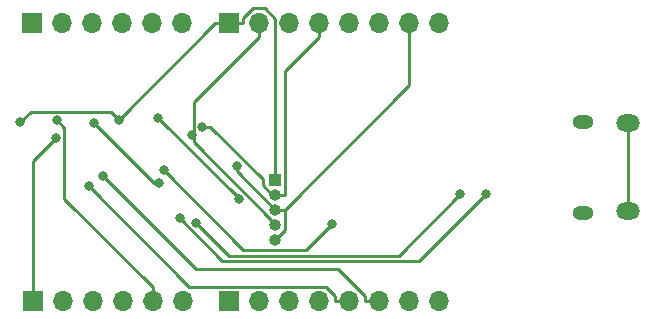
<source format=gbl>
%TF.GenerationSoftware,KiCad,Pcbnew,(5.1.10)-1*%
%TF.CreationDate,2021-11-18T18:04:20+00:00*%
%TF.ProjectId,arduino_zero_like,61726475-696e-46f5-9f7a-65726f5f6c69,rev?*%
%TF.SameCoordinates,Original*%
%TF.FileFunction,Copper,L2,Bot*%
%TF.FilePolarity,Positive*%
%FSLAX46Y46*%
G04 Gerber Fmt 4.6, Leading zero omitted, Abs format (unit mm)*
G04 Created by KiCad (PCBNEW (5.1.10)-1) date 2021-11-18 18:04:20*
%MOMM*%
%LPD*%
G01*
G04 APERTURE LIST*
%TA.AperFunction,ComponentPad*%
%ADD10R,1.700000X1.700000*%
%TD*%
%TA.AperFunction,ComponentPad*%
%ADD11O,1.700000X1.700000*%
%TD*%
%TA.AperFunction,ComponentPad*%
%ADD12R,1.000000X1.000000*%
%TD*%
%TA.AperFunction,ComponentPad*%
%ADD13O,1.000000X1.000000*%
%TD*%
%TA.AperFunction,ComponentPad*%
%ADD14O,2.000000X1.450000*%
%TD*%
%TA.AperFunction,ComponentPad*%
%ADD15O,1.800000X1.150000*%
%TD*%
%TA.AperFunction,ViaPad*%
%ADD16C,0.800000*%
%TD*%
%TA.AperFunction,Conductor*%
%ADD17C,0.250000*%
%TD*%
G04 APERTURE END LIST*
D10*
%TO.P,J1,1*%
%TO.N,D0_RX*%
X56950000Y-80520000D03*
D11*
%TO.P,J1,2*%
%TO.N,D1_TX*%
X59490000Y-80520000D03*
%TO.P,J1,3*%
%TO.N,D2*%
X62030000Y-80520000D03*
%TO.P,J1,4*%
%TO.N,D3*%
X64570000Y-80520000D03*
%TO.P,J1,5*%
%TO.N,D4*%
X67110000Y-80520000D03*
%TO.P,J1,6*%
%TO.N,D5*%
X69650000Y-80520000D03*
%TD*%
D10*
%TO.P,J2,1*%
%TO.N,D9*%
X56900000Y-56980000D03*
D11*
%TO.P,J2,2*%
%TO.N,D8*%
X59440000Y-56980000D03*
%TO.P,J2,3*%
%TO.N,A2*%
X61980000Y-56980000D03*
%TO.P,J2,4*%
%TO.N,A1*%
X64520000Y-56980000D03*
%TO.P,J2,5*%
%TO.N,VREFA*%
X67060000Y-56980000D03*
%TO.P,J2,6*%
%TO.N,A0*%
X69600000Y-56980000D03*
%TD*%
%TO.P,J3,8*%
%TO.N,SCL*%
X91360000Y-80460000D03*
%TO.P,J3,7*%
%TO.N,SDA*%
X88820000Y-80460000D03*
%TO.P,J3,6*%
%TO.N,D13*%
X86280000Y-80460000D03*
%TO.P,J3,5*%
%TO.N,D12*%
X83740000Y-80460000D03*
%TO.P,J3,4*%
%TO.N,D11*%
X81200000Y-80460000D03*
%TO.P,J3,3*%
%TO.N,D10*%
X78660000Y-80460000D03*
%TO.P,J3,2*%
%TO.N,D7*%
X76120000Y-80460000D03*
D10*
%TO.P,J3,1*%
%TO.N,D6*%
X73580000Y-80460000D03*
%TD*%
%TO.P,J4,1*%
%TO.N,+3V3*%
X73580000Y-56940000D03*
D11*
%TO.P,J4,2*%
%TO.N,SWCLK*%
X76120000Y-56940000D03*
%TO.P,J4,3*%
%TO.N,GND*%
X78660000Y-56940000D03*
%TO.P,J4,4*%
%TO.N,SWDIO*%
X81200000Y-56940000D03*
%TO.P,J4,5*%
%TO.N,RESETN*%
X83740000Y-56940000D03*
%TO.P,J4,6*%
%TO.N,+5V*%
X86280000Y-56940000D03*
%TO.P,J4,7*%
%TO.N,GND*%
X88820000Y-56940000D03*
%TO.P,J4,8*%
%TO.N,VIN*%
X91360000Y-56940000D03*
%TD*%
D12*
%TO.P,J5,1*%
%TO.N,+3V3*%
X77470000Y-70220000D03*
D13*
%TO.P,J5,2*%
%TO.N,SWDIO*%
X77470000Y-71490000D03*
%TO.P,J5,3*%
%TO.N,GND*%
X77470000Y-72760000D03*
%TO.P,J5,4*%
%TO.N,SWCLK*%
X77470000Y-74030000D03*
%TO.P,J5,5*%
%TO.N,GND*%
X77470000Y-75300000D03*
%TD*%
D14*
%TO.P,J6,6*%
%TO.N,Net-(J6-Pad6)*%
X107320000Y-65445000D03*
X107320000Y-72895000D03*
D15*
X103520000Y-65295000D03*
X103520000Y-73045000D03*
%TD*%
D16*
%TO.N,GND*%
X74223700Y-69079000D03*
%TO.N,+3V3*%
X64207400Y-65137300D03*
X55884500Y-65366600D03*
%TO.N,Net-(C10-Pad1)*%
X67582900Y-70465000D03*
X62115800Y-65417500D03*
%TO.N,/USB_D-*%
X93150000Y-71404200D03*
X70770700Y-73853000D03*
%TO.N,/USB_D+*%
X95350000Y-71433200D03*
X69365300Y-73488400D03*
%TO.N,D0_RX*%
X58883300Y-66698700D03*
%TO.N,D4*%
X58969200Y-65204700D03*
%TO.N,D13*%
X62848200Y-69899500D03*
%TO.N,D12*%
X61698500Y-70777800D03*
%TO.N,SWCLK*%
X70397800Y-66430000D03*
%TO.N,SWDIO*%
X71281900Y-65755300D03*
%TO.N,/PB03_RX_LED*%
X74387600Y-71896400D03*
X67581700Y-64980300D03*
%TO.N,/PA27_TX_LED*%
X82287400Y-73930000D03*
X68038700Y-69430000D03*
%TD*%
D17*
%TO.N,GND*%
X77470000Y-72760000D02*
X74223700Y-69513700D01*
X74223700Y-69513700D02*
X74223700Y-69079000D01*
X78295300Y-72760000D02*
X88820000Y-62235300D01*
X88820000Y-62235300D02*
X88820000Y-56940000D01*
X77470000Y-72760000D02*
X78295300Y-72760000D01*
X77470000Y-75300000D02*
X78295300Y-74474700D01*
X78295300Y-74474700D02*
X78295300Y-72760000D01*
%TO.N,+3V3*%
X73580000Y-56940000D02*
X74755300Y-56940000D01*
X74755300Y-56940000D02*
X74755300Y-56572700D01*
X74755300Y-56572700D02*
X75610600Y-55717400D01*
X75610600Y-55717400D02*
X76564000Y-55717400D01*
X76564000Y-55717400D02*
X77470000Y-56623400D01*
X77470000Y-56623400D02*
X77470000Y-70220000D01*
X72992400Y-56940000D02*
X73580000Y-56940000D01*
X64207400Y-65137300D02*
X63549400Y-64479300D01*
X63549400Y-64479300D02*
X56771800Y-64479300D01*
X56771800Y-64479300D02*
X55884500Y-65366600D01*
X72404700Y-56940000D02*
X64207400Y-65137300D01*
X72992400Y-56940000D02*
X72404700Y-56940000D01*
%TO.N,Net-(C10-Pad1)*%
X67582900Y-70465000D02*
X67163300Y-70465000D01*
X67163300Y-70465000D02*
X62115800Y-65417500D01*
%TO.N,/USB_D-*%
X93150000Y-71404200D02*
X87912400Y-76641800D01*
X87912400Y-76641800D02*
X73559500Y-76641800D01*
X73559500Y-76641800D02*
X70770700Y-73853000D01*
%TO.N,/USB_D+*%
X95350000Y-71433200D02*
X89667300Y-77115900D01*
X89667300Y-77115900D02*
X72992800Y-77115900D01*
X72992800Y-77115900D02*
X69365300Y-73488400D01*
%TO.N,D0_RX*%
X56950000Y-80520000D02*
X56950000Y-68632000D01*
X56950000Y-68632000D02*
X58883300Y-66698700D01*
%TO.N,D4*%
X67110000Y-80520000D02*
X67110000Y-79344700D01*
X58969200Y-65204700D02*
X59616900Y-65852400D01*
X59616900Y-65852400D02*
X59616900Y-71851600D01*
X59616900Y-71851600D02*
X67110000Y-79344700D01*
%TO.N,D13*%
X85104700Y-80460000D02*
X85104700Y-80092700D01*
X85104700Y-80092700D02*
X82815600Y-77803600D01*
X82815600Y-77803600D02*
X70752300Y-77803600D01*
X70752300Y-77803600D02*
X62848200Y-69899500D01*
X86280000Y-80460000D02*
X85104700Y-80460000D01*
%TO.N,D12*%
X82564700Y-80460000D02*
X82564700Y-80092600D01*
X82564700Y-80092600D02*
X81756800Y-79284700D01*
X81756800Y-79284700D02*
X70205400Y-79284700D01*
X70205400Y-79284700D02*
X61698500Y-70777800D01*
X83740000Y-80460000D02*
X82564700Y-80460000D01*
%TO.N,SWCLK*%
X77470000Y-74030000D02*
X77470000Y-73953000D01*
X77470000Y-73953000D02*
X70556600Y-67039600D01*
X70556600Y-67039600D02*
X70556600Y-66430000D01*
X70397800Y-66430000D02*
X70556600Y-66430000D01*
X76120000Y-58115300D02*
X70556600Y-63678700D01*
X70556600Y-63678700D02*
X70556600Y-66430000D01*
X76120000Y-56940000D02*
X76120000Y-58115300D01*
%TO.N,SWDIO*%
X81200000Y-56940000D02*
X81200000Y-58115300D01*
X77470000Y-71490000D02*
X78295300Y-71490000D01*
X78295300Y-71490000D02*
X78295300Y-61020000D01*
X78295300Y-61020000D02*
X81200000Y-58115300D01*
X71281900Y-65755300D02*
X71976500Y-65755300D01*
X71976500Y-65755300D02*
X76392300Y-70171100D01*
X76392300Y-70171100D02*
X76392300Y-70649800D01*
X76392300Y-70649800D02*
X77232500Y-71490000D01*
X77232500Y-71490000D02*
X77470000Y-71490000D01*
%TO.N,Net-(J6-Pad6)*%
X107320000Y-72895000D02*
X107320000Y-65445000D01*
%TO.N,/PB03_RX_LED*%
X67581700Y-64980300D02*
X74387600Y-71786200D01*
X74387600Y-71786200D02*
X74387600Y-71896400D01*
%TO.N,/PA27_TX_LED*%
X82287400Y-73930000D02*
X80074600Y-76142800D01*
X80074600Y-76142800D02*
X74751500Y-76142800D01*
X74751500Y-76142800D02*
X68038700Y-69430000D01*
%TD*%
M02*

</source>
